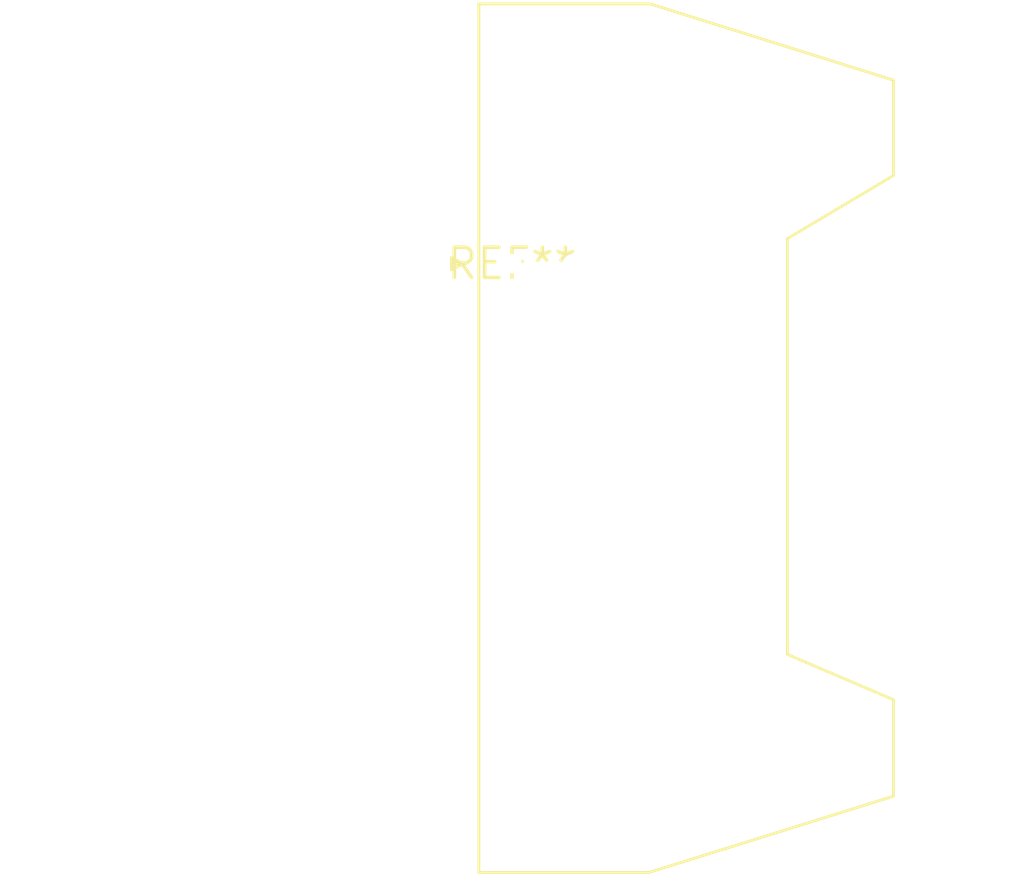
<source format=kicad_pcb>
(kicad_pcb (version 20240108) (generator pcbnew)
  (layers (0 "F.Cu" signal) (31 "B.Cu" signal) (34 "B.Paste" user) (35 "F.Paste" user) (36 "B.SilkS" user "B.Silkscreen") (37 "F.SilkS" user "F.Silkscreen") (38 "B.Mask" user) (39 "F.Mask" user) (44 "Edge.Cuts" user))
  (net 0 "")
  (footprint "IDC-Header_2x07_P2.54mm_Horizontal_Lock" (layer "F.Cu") (at 0 0)
    (property "Reference" "REF**")
    (property "Value" "IDC-Header_2x07_P2.54mm_Horizontal_Lock")
    (fp_line (start -2.54 -0.254) (end -2.54 0.254) (layer "F.SilkS") (stroke (width 0.12)))
    (fp_line (start -2.54 0.254) (end -2.032 0) (layer "F.SilkS") (stroke (width 0.12)))
    (fp_line (start -2.032 0) (end -2.54 -0.254) (layer "F.SilkS") (stroke (width 0.12)))
    (fp_line (start -1.4 25.55) (end 5.75 25.55) (layer "F.SilkS") (stroke (width 0.12)))
    (fp_line (start -1.39 25.52) (end -1.39 -10.91) (layer "F.SilkS") (stroke (width 0.12)))
    (fp_line (start 5.75 25.55) (end 16 22.35) (layer "F.SilkS") (stroke (width 0.12)))
    (fp_line (start 5.8 -10.9) (end -1.4 -10.9) (layer "F.SilkS") (stroke (width 0.12)))
    (fp_line (start 11.55 -1.05) (end 16 -3.7) (layer "F.SilkS") (stroke (width 0.12)))
    (fp_line (start 11.55 16.4) (end 11.55 -1.05) (layer "F.SilkS") (stroke (width 0.12)))
    (fp_line (start 16 -7.7) (end 5.8 -10.9) (layer "F.SilkS") (stroke (width 0.12)))
    (fp_line (start 16 -3.7) (end 16 -7.7) (layer "F.SilkS") (stroke (width 0.12)))
    (fp_line (start 16 18.3) (end 11.55 16.4) (layer "F.SilkS") (stroke (width 0.12)))
    (fp_line (start 16 22.35) (end 16 18.3) (layer "F.SilkS") (stroke (width 0.12)))
    (pad "" thru_hole circle (at 1.78 -5.84 90) (size 3.05 3.05) (drill 2.54) (layers *.Cu *.Mask) (remove_unused_layers))
    (pad "" thru_hole circle (at 1.78 21.08 90) (size 3.05 3.05) (drill 2.54) (layers *.Cu *.Mask) (remove_unused_layers))
    (pad "1" thru_hole rect (at 0 0 90) (size 1.52 1.52) (drill 0.81) (layers *.Cu *.Mask) (remove_unused_layers))
    (pad "2" thru_hole circle (at 2.54 0 90) (size 1.52 1.52) (drill 0.81) (layers *.Cu *.Mask) (remove_unused_layers))
    (pad "3" thru_hole circle (at 0 2.54 90) (size 1.52 1.52) (drill 0.81) (layers *.Cu *.Mask) (remove_unused_layers))
    (pad "4" thru_hole circle (at 2.54 2.54 90) (size 1.52 1.52) (drill 0.81) (layers *.Cu *.Mask) (remove_unused_layers))
    (pad "5" thru_hole circle (at 0 5.08 90) (size 1.52 1.52) (drill 0.81) (layers *.Cu *.Mask) (remove_unused_layers))
    (pad "6" thru_hole circle (at 2.54 5.08 90) (size 1.52 1.52) (drill 0.81) (layers *.Cu *.Mask) (remove_unused_layers))
    (pad "7" thru_hole circle (at 0 7.62 90) (size 1.52 1.52) (drill 0.81) (layers *.Cu *.Mask) (remove_unused_layers))
    (pad "8" thru_hole circle (at 2.54 7.62 90) (size 1.52 1.52) (drill 0.81) (layers *.Cu *.Mask) (remove_unused_layers))
    (pad "9" thru_hole circle (at 0 10.16 90) (size 1.52 1.52) (drill 0.81) (layers *.Cu *.Mask) (remove_unused_layers))
    (pad "10" thru_hole circle (at 2.54 10.16 90) (size 1.52 1.52) (drill 0.81) (layers *.Cu *.Mask) (remove_unused_layers))
    (pad "11" thru_hole circle (at 0 12.7 90) (size 1.52 1.52) (drill 0.81) (layers *.Cu *.Mask) (remove_unused_layers))
    (pad "12" thru_hole circle (at 2.54 12.7 90) (size 1.52 1.52) (drill 0.81) (layers *.Cu *.Mask) (remove_unused_layers))
    (pad "13" thru_hole circle (at 0 15.24 90) (size 1.52 1.52) (drill 0.81) (layers *.Cu *.Mask) (remove_unused_layers))
    (pad "14" thru_hole circle (at 2.54 15.24 90) (size 1.52 1.52) (drill 0.81) (layers *.Cu *.Mask) (remove_unused_layers))
  )
)
</source>
